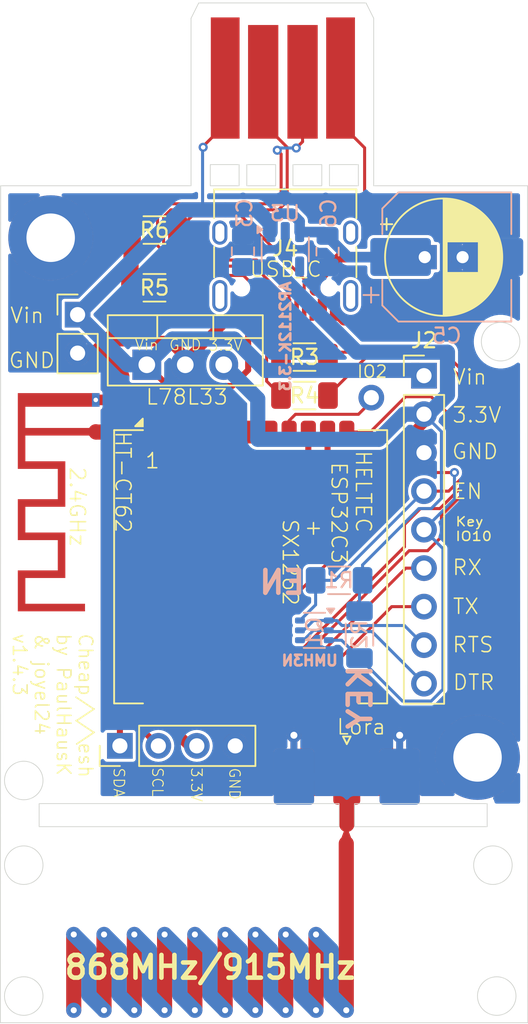
<source format=kicad_pcb>
(kicad_pcb (version 20240108) (generator "pcbnew") (generator_version "8.0")
  (layers (0 "F.Cu" signal) (31 "B.Cu" signal) (34 "B.Paste" user) (35 "F.Paste" user) (36 "B.SilkS" user "B.Silkscreen") (37 "F.SilkS" user "F.Silkscreen") (38 "B.Mask" user) (39 "F.Mask" user) (44 "Edge.Cuts" user))
  (net 0 "")
  (net 1 "Net-(AE1-A)")
  (net 2 "HT_EN")
  (net 8 "unconnected-(U2-GPIO2-Pad8)")
  (net 9 "SDA")
  (net 10 "SCL")
  (net 11 "3.3V")
  (net 12 "GND")
  (net 14 "User_Key")
  (net 16 "Vin")
  (net 17 "HT_RX")
  (net 18 "HT_TX")
  (net 19 "USB_D+")
  (net 20 "USB_D-")
  (net 21 "Net-(AE2-A)")
  (net 22 "RTS")
  (net 23 "DTR")
  (net 25 "Net-(J4-CC1)")
  (net 26 "Net-(J3-D-)")
  (net 27 "Net-(J3-D+)")
  (net 29 "Net-(J4-CC2)")
  (footprint "RF_Module:Heltec_HT-CT62" (layer "F.Cu") (at 49.53 145.41)
    (property "Reference" "U2" (hide yes))
    (property "Value" "HT-CT62")
  )
  (footprint "Resistor_SMD:R_1206_3216Metric_Pad1.30x1.75mm_HandSolder" (layer "F.Cu") (at 53.086 131.572)
    (property "Reference" "R3")
    (property "Value" "22Ω")
  )
  (footprint "Connector_PinHeader_2.54mm:PinHeader_1x04_P2.54mm_Vertical" (layer "F.Cu") (at 40.894 157.226 90)
    (property "Reference" "Screen1" (hide yes))
    (property "Value" "Conn_01x04_Pin" (hide yes))
  )
  (footprint "Package_TO_SOT_THT:TO-220-3_Vertical" (layer "F.Cu") (at 42.672 132.08)
    (property "Reference" "U1" (hide yes))
    (property "Value" "L78L33" (hide yes))
  )
  (footprint "Connector_PinHeader_2.54mm:PinHeader_1x09_P2.54mm_Vertical" (layer "F.Cu") (at 60.98 132.8)
    (property "Reference" "J2")
    (property "Value" "Conn_01x09_Pin")
  )
  (footprint "Capacitor_THT:CP_Radial_D7.5mm_P2.50mm" (layer "F.Cu") (at 61.028 124.979)
    (property "Reference" "C1" (hide yes))
    (property "Value" "C_Polarized" (hide yes))
  )
  (footprint "Connector_Coaxial:SMA_Molex_73251-2120_EdgeMount_Horizontal" (layer "F.Cu") (at 55.88 159.512 -90)
    (property "Reference" "J5" (hide yes))
    (property "Value" "Conn_Coaxial" (hide yes))
  )
  (footprint "Resistor_SMD:R_1206_3216Metric_Pad1.30x1.75mm_HandSolder" (layer "F.Cu") (at 43.18 123.19 180)
    (property "Reference" "R6")
    (property "Value" "5.1kΩ")
  )
  (footprint "RF_Antenna:Texas_SWRA416_868MHz_915MHz" (layer "F.Cu") (at 46.846 168.872 180)
    (property "Reference" "AE2" (hide yes))
    (property "Value" "Antenna" (hide yes))
  )
  (footprint "MountingHole:MountingHole_3.2mm_M3_DIN965_Pad" (layer "F.Cu") (at 36.322 123.698)
    (property "Reference" "H2" (hide yes))
    (property "Value" "MountingHole_Pad" (hide yes))
  )
  (footprint "Resistor_SMD:R_1206_3216Metric_Pad1.30x1.75mm_HandSolder" (layer "F.Cu") (at 43.18 127 180)
    (property "Reference" "R5")
    (property "Value" "5.1kΩ")
  )
  (footprint "MountingHole:MountingHole_3.2mm_M3_DIN965_Pad" (layer "F.Cu") (at 64.516 157.988)
    (property "Reference" "H3" (hide yes))
    (property "Value" "MountingHole_Pad" (hide yes))
  )
  (footprint "" (layer "F.Cu") (at 57.5 134.25)
    (property "Reference" "")
    (property "Value" "")
  )
  (footprint "Connector_USB:USB_C_Receptacle_HRO_TYPE-C-31-M-12" (layer "F.Cu") (at 51.816 124.408 180)
    (property "Reference" "J4")
    (property "Value" "USB_C")
  )
  (footprint "Connector_PinHeader_2.54mm:PinHeader_1x02_P2.54mm_Vertical" (layer "F.Cu") (at 38.1 128.773)
    (property "Reference" "J1" (hide yes))
    (property "Value" "Conn_01x02_Pin" (hide yes))
  )
  (footprint "Resistor_SMD:R_1206_3216Metric_Pad1.30x1.75mm_HandSolder" (layer "F.Cu") (at 53.086 134.112)
    (property "Reference" "R4")
    (property "Value" "22Ω")
  )
  (footprint "RF_Antenna:Texas_SWRA117D_2.4GHz_Left" (layer "F.Cu") (at 39.3 136.5 90)
    (property "Reference" "AE1" (hide yes))
    (property "Value" "Antenna")
  )
  (footprint "Library:usb-PCB" (layer "F.Cu") (at 51.659 108.261 180)
    (property "Reference" "J3" (hide yes))
    (property "Value" "USB_A" (hide yes))
  )
  (footprint "Capacitor_SMD:C_0805_2012Metric_Pad1.18x1.45mm_HandSolder" (layer "B.Cu") (at 49.022 124.5925 90)
    (property "Reference" "C3")
    (property "Value" "C")
  )
  (footprint "Package_TO_SOT_SMD:SOT-23-5" (layer "B.Cu") (at 51.816 124.46 -90)
    (property "Reference" "U3")
    (property "Value" "AP2112K-3.3")
  )
  (footprint "Resistor_SMD:R_1206_3216Metric_Pad1.30x1.75mm_HandSolder" (layer "B.Cu") (at 56.717798 149.886 -90)
    (property "Reference" "R2")
    (property "Value" "10kΩ")
  )
  (footprint "Capacitor_SMD:CP_Elec_8x6.2" (layer "B.Cu") (at 62.486 124.968)
    (property "Reference" "C5")
    (property "Value" "C_Polarized")
  )
  (footprint "Capacitor_SMD:C_0805_2012Metric_Pad1.18x1.45mm_HandSolder" (layer "B.Cu") (at 54.61 124.614 -90)
    (property "Reference" "C6")
    (property "Value" "C")
  )
  (footprint "Package_TO_SOT_SMD:SOT-363_SC-70-6" (layer "B.Cu") (at 53.735798 149.606 180)
    (property "Reference" "Q1")
    (property "Value" "UMH3N")
  )
  (footprint "Resistor_SMD:R_1206_3216Metric_Pad1.30x1.75mm_HandSolder" (layer "B.Cu") (at 55.372 146.304 180)
    (property "Reference" "R1")
    (property "Value" "10kΩ")
  )
  (gr_line (start 57.658 109.22) (end 57.15 108.204) (stroke (width 0.05)) (layer "Edge.Cuts"))
  (gr_line (start 45.593 109.22) (end 46.101 108.204) (stroke (width 0.05)) (layer "Edge.Cuts"))
  (gr_line (start 67.834 175.492) (end 33 175.492) (stroke (width 0.05)) (layer "Edge.Cuts"))
  (gr_circle (center 34.544 165.1) (end 35.814 165.039) (stroke (width 0.05)) (fill none) (layer "Edge.Cuts"))
  (gr_rect (start 49.276 118.872) (end 51.181 120.269) (stroke (width 0.05)) (fill none) (layer "Edge.Cuts"))
  (gr_rect (start 46.863 118.872) (end 48.768 120.269) (stroke (width 0.05)) (fill none) (layer "Edge.Cuts"))
  (gr_line (start 45.593 120.269) (end 45.593 109.22) (stroke (width 0.05)) (layer "Edge.Cuts"))
  (gr_line (start 33.02 120.269) (end 45.593 120.269) (stroke (width 0.05)) (layer "Edge.Cuts"))
  (gr_rect (start 35.56 161.036) (end 55.372 162.56) (stroke (width 0.05)) (fill none) (layer "Edge.Cuts"))
  (gr_circle (center 34.544 159.512) (end 35.814 159.451) (stroke (width 0.05)) (fill none) (layer "Edge.Cuts"))
  (gr_line (start 57.658 120.269) (end 67.818 120.269) (stroke (width 0.05)) (layer "Edge.Cuts"))
  (gr_line (start 33 175.492) (end 33.02 120.269) (stroke (width 0.05)) (layer "Edge.Cuts"))
  (gr_circle (center 66.04 130.556) (end 67.31 130.495) (stroke (width 0.05)) (fill none) (layer "Edge.Cuts"))
  (gr_rect (start 54.737 118.872) (end 56.642 120.269) (stroke (width 0.05)) (fill none) (layer "Edge.Cuts"))
  (gr_line (start 57.658 109.22) (end 57.658 120.269) (stroke (width 0.05)) (layer "Edge.Cuts"))
  (gr_rect (start 52.324 118.872) (end 54.229 120.269) (stroke (width 0.05)) (fill none) (layer "Edge.Cuts"))
  (gr_line (start 67.818 120.269) (end 67.834 175.492) (stroke (width 0.05)) (layer "Edge.Cuts"))
  (gr_circle (center 65.784536 173.736) (end 67.054536 173.675) (stroke (width 0.05)) (fill none) (layer "Edge.Cuts"))
  (gr_circle (center 65.532 165.1) (end 66.802 165.039) (stroke (width 0.05)) (fill none) (layer "Edge.Cuts"))
  (gr_line (start 46.101 108.204) (end 57.15 108.204) (stroke (width 0.05)) (layer "Edge.Cuts"))
  (gr_rect (start 56.388 161.036) (end 65.151 162.56) (stroke (width 0.05)) (fill none) (layer "Edge.Cuts"))
  (gr_circle (center 34.544 173.736) (end 35.814 173.675) (stroke (width 0.05)) (fill none) (layer "Edge.Cuts"))
  (gr_text "KEY" (at 57.64 151.75 90) (layer "B.SilkS") (effects (font (size 1.5 1.5) (thickness 0.3) (bold yes)) (justify left bottom mirror)))
  (gr_text "EN" (at 53.27 147.32 0) (layer "B.SilkS") (effects (font (size 1.5 1.5) (thickness 0.3) (bold yes)) (justify left bottom mirror)))
  (gr_text "UMH3N" (at 55.38 152.01 0) (layer "B.SilkS") (effects (font (size 0.7 0.7) (thickness 0.175) (bold yes)) (justify left bottom mirror)))
  (gr_text "AP2112K-3.3" (at 52.24 126.49 90) (layer "B.SilkS") (effects (font (size 0.7 0.7) (thickness 0.175) (bold yes)) (justify left bottom mirror)))
  (gr_text "3.3V" (at 45.54 158.61 270) (layer "F.SilkS") (effects (font (size 0.7 0.7) (thickness 0.07)) (justify left bottom)))
  (gr_text "DTR" (at 62.82 153.62 0) (layer "F.SilkS") (effects (font (size 1 1) (thickness 0.1)) (justify left bottom)))
  (gr_text "3.3V" (at 62.79 135.98 0) (layer "F.SilkS") (effects (font (size 1 1) (thickness 0.1)) (justify left bottom)))
  (gr_text "IO2" (at 56.5 133 0) (layer "F.SilkS") (effects (font (size 0.8 0.8) (thickness 0.1)) (justify left bottom)))
  (gr_text "Lora" (at 55.15 156.56 0) (layer "F.SilkS") (effects (font (size 1 1) (thickness 0.1)) (justify left bottom)))
  (gr_text "1" (at 42.5 139 0) (layer "F.SilkS") (effects (font (size 1 1) (thickness 0.1)) (justify left bottom)))
  (gr_text "GND" (at 33.49 132.38 0) (layer "F.SilkS") (effects (font (size 1 1) (thickness 0.1)) (justify left bottom)))
  (gr_text "GND" (at 48.06 158.62 270) (layer "F.SilkS") (effects (font (size 0.7 0.7) (thickness 0.07)) (justify left bottom)))
  (gr_text "GND" (at 62.76 138.39 0) (layer "F.SilkS") (effects (font (size 1 1) (thickness 0.1)) (justify left bottom)))
  (gr_text "868MHz/915MHz" (at 37.084 172.72 0) (layer "F.SilkS") (effects (font (size 1.5 1.5) (thickness 0.3) (bold yes)) (justify left bottom)))
  (gr_text "TX" (at 62.82 148.61 0) (layer "F.SilkS") (effects (font (size 1 1) (thickness 0.1)) (justify left bottom)))
  (gr_text "3.3V" (at 46.69 131.21 0) (layer "F.SilkS") (effects (font (size 0.7 0.7) (thickness 0.07)) (justify left bottom)))
  (gr_text "SCL" (at 42.97 158.6 270) (layer "F.SilkS") (effects (font (size 0.7 0.7) (thickness 0.07)) (justify left bottom)))
  (gr_text "RTS" (at 62.79 151.14 0) (layer "F.SilkS") (effects (font (size 1 1) (thickness 0.1)) (justify left bottom)))
  (gr_text "SDA" (at 40.42 158.62 270) (layer "F.SilkS") (effects (font (size 0.7 0.7) (thickness 0.07)) (justify left bottom)))
  (gr_text "GND" (at 44.1 131.18 0) (layer "F.SilkS") (effects (font (size 0.7 0.7) (thickness 0.07)) (justify left bottom)))
  (gr_text "Key\nIO10" (at 63 143.75 0) (layer "F.SilkS") (effects (font (size 0.6 0.7) (thickness 0.1)) (justify left bottom)))
  (gr_text "EN" (at 62.82 141.02 0) (layer "F.SilkS") (effects (font (size 1 1) (thickness 0.1)) (justify left bottom)))
  (gr_text "HT-CT62" (at 40.513 136.393 -90) (layer "F.SilkS") (effects (font (size 1 1) (thickness 0.1)) (justify left bottom)))
  (gr_text "USB_C" (at 49.403 126.365 0) (layer "F.SilkS") (effects (font (size 1 1) (thickness 0.1)) (justify left bottom)))
  (gr_text "L78L33" (at 42.54 134.79 0) (layer "F.SilkS") (effects (font (size 1 1) (thickness 0.1)) (justify left bottom)))
  (gr_text "Vin" (at 41.84 131.18 0) (layer "F.SilkS") (effects (font (size 0.7 0.7) (thickness 0.07)) (justify left bottom)))
  (gr_text "2.4GHz" (at 37.5 138.75 -90) (layer "F.SilkS") (effects (font (size 1 1) (thickness 0.1)) (justify left bottom)))
  (gr_text "Vin" (at 62.82 133.47 0) (layer "F.SilkS") (effects (font (size 1 1) (thickness 0.1)) (justify left bottom)))
  (gr_text "RX" (at 62.79 146.04 0) (layer "F.SilkS") (effects (font (size 1 1) (thickness 0.1)) (justify left bottom)))
  (gr_text "Vin" (at 33.58 129.41 0) (layer "F.SilkS") (effects (font (size 1 1) (thickness 0.1)) (justify left bottom)))
  (gr_text "Cheap/\\/\\esh\nby PaulHausK\n& joyel24\nv1.4.3\n" (at 33.75 149.75 270) (layer "F.SilkS") (effects (font (size 0.9 0.9) (thickness 0.1)) (justify left bottom)))
  (gr_text "HELTEC\n ESP32C3\n	 +\n	 SX1262" (at 51.562 137.668 -90) (layer "F.SilkS") (effects (font (size 1 1) (thickness 0.1)) (justify left bottom)))
  (segment (start 39.32 136.52) (end 39.3 136.5) (width 1) (layer "F.Cu") (net 1))
  (segment (start 43.18 136.52) (end 39.32 136.52) (width 1) (layer "F.Cu") (net 1))
  (segment (start 60.98 140.42) (end 62.612529 140.42) (width 0.2) (layer "F.Cu") (net 2))
  (segment (start 63.592 136.325654) (end 61.456346 134.19) (width 0.2) (layer "F.Cu") (net 2))
  (segment (start 62.612529 140.42) (end 63.592 139.440529) (width 0.2) (layer "F.Cu") (net 2))
  (segment (start 59.76 134.19) (end 57.43 136.52) (width 0.2) (layer "F.Cu") (net 2))
  (segment (start 57.43 136.52) (end 55.88 136.52) (width 0.2) (layer "F.Cu") (net 2))
  (segment (start 63.592 139.440529) (end 63.592 136.325654) (width 0.2) (layer "F.Cu") (net 2))
  (segment (start 61.456346 134.19) (end 59.76 134.19) (width 0.2) (layer "F.Cu") (net 2))
  (segment (start 53.822 146.304) (end 55.096 146.304) (width 0.2) (layer "B.Cu") (net 2))
  (segment (start 53.822 147.919798) (end 53.822 146.304) (width 0.2) (layer "B.Cu") (net 2))
  (segment (start 55.096 146.304) (end 60.98 140.42) (width 0.2) (layer "B.Cu") (net 2))
  (segment (start 52.785798 148.956) (end 53.822 147.919798) (width 0.2) (layer "B.Cu") (net 2))
  (segment (start 52.49 135.35) (end 52.07 135.77) (width 0.2) (layer "F.Cu") (net 8))
  (segment (start 57.5 134.5) (end 56.65 135.35) (width 0.2) (layer "F.Cu") (net 8))
  (segment (start 56.65 135.35) (end 52.49 135.35) (width 0.2) (layer "F.Cu") (net 8))
  (segment (start 52.07 135.77) (end 52.07 136.52) (width 0.2) (layer "F.Cu") (net 8))
  (segment (start 40.894 153.67) (end 53.34 141.224) (width 0.4) (layer "F.Cu") (net 9))
  (segment (start 53.34 141.224) (end 53.34 136.52) (width 0.4) (layer "F.Cu") (net 9))
  (segment (start 40.894 157.226) (end 40.894 153.67) (width 0.4) (layer "F.Cu") (net 9))
  (segment (start 42.28 153.3) (end 54.61 140.97) (width 0.4) (layer "F.Cu") (net 10))
  (segment (start 42.28 156.072) (end 42.28 153.3) (width 0.4) (layer "F.Cu") (net 10))
  (segment (start 43.434 157.226) (end 42.28 156.072) (width 0.4) (layer "F.Cu") (net 10))
  (segment (start 54.61 140.97) (end 54.61 136.52) (width 0.4) (layer "F.Cu") (net 10))
  (segment (start 43.18 154.3) (end 43.4 154.08) (width 0.7) (layer "F.Cu") (net 11))
  (segment (start 60.98 135.87) (end 60.98 135.34) (width 0.7) (layer "F.Cu") (net 11))
  (segment (start 43.4 154.08) (end 43.4 153.45) (width 0.7) (layer "F.Cu") (net 11))
  (segment (start 45.48491 157.226) (end 43.18 154.92109) (width 0.7) (layer "F.Cu") (net 11))
  (segment (start 43.4 153.45) (end 60.98 135.87) (width 0.7) (layer "F.Cu") (net 11))
  (segment (start 43.18 154.92109) (end 43.18 154.3) (width 0.7) (layer "F.Cu") (net 11))
  (segment (start 45.974 157.226) (end 45.48491 157.226) (width 0.7) (layer "F.Cu") (net 11))
  (segment (start 56.922 146.304) (end 56.922 145.288) (width 0.2) (layer "B.Cu") (net 11))
  (segment (start 50 137) (end 50 134.328) (width 1) (layer "B.Cu") (net 11))
  (segment (start 56.549762 131.25) (end 62.53 131.25) (width 1) (layer "B.Cu") (net 11))
  (segment (start 49.022 125.63) (end 50.929762 125.63) (width 1) (layer "B.Cu") (net 11))
  (segment (start 60.64 141.57) (end 61.456346 141.57) (width 0.2) (layer "B.Cu") (net 11))
  (segment (start 50.929762 125.63) (end 56.549762 131.25) (width 1) (layer "B.Cu") (net 11))
  (segment (start 56.922 145.288) (end 60.64 141.57) (width 0.2) (layer "B.Cu") (net 11))
  (segment (start 62.53 134.066) (end 61.256 135.34) (width 1) (layer "B.Cu") (net 11))
  (segment (start 62.13 140.896346) (end 62.13 136.49) (width 0.2) (layer "B.Cu") (net 11))
  (segment (start 59.66 135.34) (end 58 137) (width 1) (layer "B.Cu") (net 11))
  (segment (start 62.13 136.49) (end 60.98 135.34) (width 0.2) (layer "B.Cu") (net 11))
  (segment (start 50 134.328) (end 47.752 132.08) (width 1) (layer "B.Cu") (net 11))
  (segment (start 56.717798 148.336) (end 56.717798 147.115798) (width 0.2) (layer "B.Cu") (net 11))
  (segment (start 62.53 131.25) (end 62.53 134.066) (width 1) (layer "B.Cu") (net 11))
  (segment (start 60.98 135.34) (end 59.66 135.34) (width 1) (layer "B.Cu") (net 11))
  (segment (start 50.866 125.5975) (end 49.0545 125.5975) (width 0.4) (layer "B.Cu") (net 11))
  (segment (start 58 137) (end 50 137) (width 1) (layer "B.Cu") (net 11))
  (segment (start 49.0545 125.5975) (end 49.022 125.63) (width 0.4) (layer "B.Cu") (net 11))
  (segment (start 61.256 135.34) (end 60.98 135.34) (width 1) (layer "B.Cu") (net 11))
  (segment (start 61.456346 141.57) (end 62.13 140.896346) (width 0.2) (layer "B.Cu") (net 11))
  (segment (start 44.16404 130.51954) (end 40.095541 130.51954) (width 0.7) (layer "F.Cu") (net 12))
  (segment (start 38.1 131.313) (end 39.492 131.313) (width 1) (layer "F.Cu") (net 12))
  (segment (start 54.61 155.05) (end 53.578477 156.081523) (width 0.4) (layer "F.Cu") (net 12))
  (segment (start 55.469 116.211) (end 55.469 113.161) (width 0.2) (layer "F.Cu") (net 12))
  (segment (start 57.058 121.066) (end 57.658 121.666) (width 0.2) (layer "F.Cu") (net 12))
  (segment (start 57.058 117.764) (end 57.058 121.066) (width 0.2) (layer "F.Cu") (net 12))
  (segment (start 57.658 121.666) (end 60.215 121.666) (width 0.2) (layer "F.Cu") (net 12))
  (segment (start 55.252 152.908) (end 56.164166 152.908) (width 0.4) (layer "F.Cu") (net 12))
  (segment (start 41.0195 132.8405) (end 41.0195 133.78) (width 1) (layer "F.Cu") (net 12))
  (segment (start 44.45 154.918298) (end 44.45 154.3) (width 0.7) (layer "F.Cu") (net 12))
  (segment (start 55.601 128.988) (end 59.519 128.988) (width 0.4) (layer "F.Cu") (net 12))
  (segment (start 56.164166 152.908) (end 58.927023 155.670857) (width 0.4) (layer "F.Cu") (net 12))
  (segment (start 39.492 131.313) (end 41.0195 132.8405) (width 1) (layer "F.Cu") (net 12))
  (segment (start 59.369 129.138) (end 55.701076 129.138) (width 0.7) (layer "F.Cu") (net 12))
  (segment (start 45.212 132.08) (end 45.212 131.5675) (width 0.7) (layer "F.Cu") (net 12))
  (segment (start 48.566 128.453) (end 47.427 129.592) (width 0.4) (layer "F.Cu") (net 12))
  (segment (start 46.888 155.6) (end 45.131702 155.6) (width 0.7) (layer "F.Cu") (net 12))
  (segment (start 41.6395 134.4) (end 43.16043 134.4) (width 1) (layer "F.Cu") (net 12))
  (segment (start 48.514 157.226) (end 46.888 155.6) (width 0.7) (layer "F.Cu") (net 12))
  (segment (start 58.927023 155.670857) (end 58.927023 156.081523) (width 0.4) (layer "F.Cu") (net 12))
  (segment (start 54.61 154.3) (end 54.61 153.55) (width 0.4) (layer "F.Cu") (net 12))
  (segment (start 55.418 116.262) (end 55.469 116.211) (width 0.2) (layer "F.Cu") (net 12))
  (segment (start 39.3 134.4) (end 43.08 134.4) (width 0.7) (layer "F.Cu") (net 12))
  (segment (start 54.61 153.55) (end 55.252 152.908) (width 0.4) (layer "F.Cu") (net 12))
  (segment (start 44.45 135.77) (end 44.45 136.52) (width 0.4) (layer "F.Cu") (net 12))
  (segment (start 53.578477 156.081523) (end 52.832977 156.081523) (width 0.4) (layer "F.Cu") (net 12))
  (segment (start 63.528 124.979) (end 59.369 129.138) (width 0.7) (layer "F.Cu") (net 12))
  (segment (start 45.212 131.5675) (end 44.16404 130.51954) (width 0.7) (layer "F.Cu") (net 12))
  (segment (start 44.45 135.68957) (end 44.45 136.52) (width 1) (layer "F.Cu") (net 12))
  (segment (start 45.131702 155.6) (end 44.45 154.918298) (width 0.7) (layer "F.Cu") (net 12))
  (segment (start 45.212 131.856924) (end 48.516 128.552924) (width 0.7) (layer "F.Cu") (net 12))
  (segment (start 38.1 131.313) (end 39.302081 131.313) (width 1) (layer "F.Cu") (net 12))
  (segment (start 55.469 113.161) (end 55.469 116.175) (width 0.2) (layer "F.Cu") (net 12))
  (segment (start 59.519 128.988) (end 63.528 124.979) (width 0.4) (layer "F.Cu") (net 12))
  (segment (start 39.302081 131.313) (end 41.63 128.985081) (width 1) (layer "F.Cu") (net 12))
  (segment (start 41.0195 133.78) (end 41.6395 134.4) (width 1) (layer "F.Cu") (net 12))
  (segment (start 40.095541 130.51954) (end 39.302081 131.313) (width 0.7) (layer "F.Cu") (net 12))
  (segment (start 45.212 132.08) (end 45.212 131.856924) (width 0.7) (layer "F.Cu") (net 12))
  (segment (start 43.16043 134.4) (end 44.45 135.68957) (width 1) (layer "F.Cu") (net 12))
  (segment (start 41.63 128.985081) (end 41.63 123.19) (width 1) (layer "F.Cu") (net 12))
  (segment (start 55.469 116.175) (end 57.058 117.764) (width 0.2) (layer "F.Cu") (net 12))
  (segment (start 55.066 128.453) (end 55.601 128.988) (width 0.4) (layer "F.Cu") (net 12))
  (segment (start 60.215 121.666) (end 63.528 124.979) (width 0.2) (layer "F.Cu") (net 12))
  (segment (start 55.701076 129.138) (end 55.116 128.552924) (width 0.7) (layer "F.Cu") (net 12))
  (segment (start 54.61 154.3) (end 54.61 155.05) (width 0.4) (layer "F.Cu") (net 12))
  (segment (start 64.516 158.496) (end 60.556203 158.496) (width 0.4) (layer "B.Cu") (net 12))
  (segment (start 64.516 158.496) (end 63.75 159.262) (width 0.4) (layer "B.Cu") (net 12))
  (segment (start 45.212 132.08) (end 47.5 134.368) (width 0.7) (layer "B.Cu") (net 12))
  (segment (start 47.5 134.368) (end 47.5 140) (width 0.7) (layer "B.Cu") (net 12))
  (segment (start 48.514 157.226) (end 50.55 159.262) (width 0.7) (layer "B.Cu") (net 12))
  (segment (start 60.556203 158.496) (end 60.0025 157.942297) (width 0.4) (layer "B.Cu") (net 12))
  (segment (start 50.55 159.262) (end 51.6075 159.262) (width 0.7) (layer "B.Cu") (net 12))
  (segment (start 63.75 159.262) (end 60.0025 159.262) (width 0.4) (layer "B.Cu") (net 12))
  (segment (start 58.86 140) (end 60.98 137.88) (width 0.7) (layer "B.Cu") (net 12))
  (segment (start 47.5 140) (end 58.86 140) (width 0.7) (layer "B.Cu") (net 12))
  (segment (start 60.0025 157.942297) (end 60.0025 156.527) (width 0.4) (layer "B.Cu") (net 12))
  (segment (start 46.99 153.55) (end 46.99 154.3) (width 0.2) (layer "F.Cu") (net 14))
  (segment (start 60.581654 139.192) (end 61.468 139.192) (width 0.2) (layer "F.Cu") (net 14))
  (segment (start 46.99 152.783654) (end 60.581654 139.192) (width 0.2) (layer "F.Cu") (net 14))
  (segment (start 46.99 154.3) (end 46.99 152.783654) (width 0.2) (layer "F.Cu") (net 14))
  (segment (start 61.468 139.192) (end 62.992 139.192) (width 0.2) (layer "F.Cu") (net 14))
  (via (at 62.992 139.192) (size 0.6) (drill 0.3) (layers "F.Cu" "B.Cu") (net 14))
  (segment (start 56.717798 151.436) (end 59.551798 154.27) (width 0.2) (layer "B.Cu") (net 14))
  (segment (start 62.23 144.21) (end 60.98 142.96) (width 0.2) (layer "B.Cu") (net 14))
  (segment (start 59.551798 154.27) (end 61.456346 154.27) (width 0.2) (layer "B.Cu") (net 14))
  (segment (start 62.23 153.496346) (end 62.23 144.21) (width 0.2) (layer "B.Cu") (net 14))
  (segment (start 61.456346 154.27) (end 62.23 153.496346) (width 0.2) (layer "B.Cu") (net 14))
  (segment (start 55.537798 150.256) (end 54.685798 150.256) (width 0.2) (layer "B.Cu") (net 14))
  (segment (start 56.717798 151.436) (end 55.537798 150.256) (width 0.2) (layer "B.Cu") (net 14))
  (segment (start 62.992 139.192) (end 62.992 140.948) (width 0.2) (layer "B.Cu") (net 14))
  (segment (start 62.992 140.948) (end 60.98 142.96) (width 0.2) (layer "B.Cu") (net 14))
  (segment (start 53.931 126.686984) (end 55.638984 124.979) (width 0.4) (layer "F.Cu") (net 16))
  (segment (start 55.638984 124.979) (end 61.028 124.979) (width 0.4) (layer "F.Cu") (net 16))
  (segment (start 53.931 127.329016) (end 53.931 126.686984) (width 0.4) (layer "F.Cu") (net 16))
  (segment (start 49.366 132.426224) (end 48.312224 133.48) (width 0.4) (layer "F.Cu") (net 16))
  (segment (start 54.266 128.453) (end 54.266 127.664016) (width 0.4) (layer "F.Cu") (net 16))
  (segment (start 55.426852 124.979) (end 53.781 126.624852) (width 0.7) (layer "F.Cu") (net 16))
  (segment (start 47.849 116.211) (end 47.849 113.161) (width 0.2) (layer "F.Cu") (net 16))
  (segment (start 61.028 124.979) (end 55.426852 124.979) (width 0.7) (layer "F.Cu") (net 16))
  (segment (start 48.312224 133.48) (end 44.072 133.48) (width 0.4) (layer "F.Cu") (net 16))
  (segment (start 53.781 126.624852) (end 53.781 127.179016) (width 0.7) (layer "F.Cu") (net 16))
  (segment (start 54.266 127.664016) (end 53.931 127.329016) (width 0.4) (layer "F.Cu") (net 16))
  (segment (start 49.366 128.453) (end 49.366 132.426224) (width 0.4) (layer "F.Cu") (net 16))
  (segment (start 46.393 117.729) (end 46.393 117.667) (width 0.2) (layer "F.Cu") (net 16))
  (segment (start 46.393 117.667) (end 47.849 116.211) (width 0.2) (layer "F.Cu") (net 16))
  (segment (start 44.072 133.48) (end 42.672 132.08) (width 0.4) (layer "F.Cu") (net 16))
  (via (at 46.393 117.729) (size 0.6) (drill 0.3) (layers "F.Cu" "B.Cu") (net 16))
  (segment (start 51.371894 122.11) (end 52.260106 122.11) (width 0.7) (layer "B.Cu") (net 16))
  (segment (start 52.766 123.3225) (end 54.356 123.3225) (width 0.7) (layer "B.Cu") (net 16))
  (segment (start 52.260106 122.11) (end 52.766 122.615894) (width 0.7) (layer "B.Cu") (net 16))
  (segment (start 44.372 130.38) (end 42.672 132.08) (width 1) (layer "B.Cu") (net 16))
  (segment (start 60.98 132.8) (end 60.63 132.45) (width 1) (layer "B.Cu") (net 16))
  (segment (start 46.393 117.729) (end 46.355 117.767) (width 0.2) (layer "B.Cu") (net 16))
  (segment (start 48.436488 130.38) (end 44.372 130.38) (width 1) (layer "B.Cu") (net 16))
  (segment (start 54.356 123.3225) (end 54.61 123.5765) (width 0.7) (layer "B.Cu") (net 16))
  (segment (start 38.1 128.773) (end 45.015 121.858) (width 1) (layer "B.Cu") (net 16))
  (segment (start 50.816 122.748) (end 50.816 123.3225) (width 1) (layer "B.Cu") (net 16))
  (segment (start 46.355 121.858) (end 47.879 121.858) (width 0.2) (layer "B.Cu") (net 16))
  (segment (start 50.506488 132.45) (end 48.436488 130.38) (width 1) (layer "B.Cu") (net 16))
  (segment (start 56.0015 124.968) (end 59.436 124.968) (width 0.4) (layer "B.Cu") (net 16))
  (segment (start 45.015 121.858) (end 47.879 121.858) (width 1) (layer "B.Cu") (net 16))
  (segment (start 55.972076 124.979) (end 61.028 124.979) (width 0.7) (layer "B.Cu") (net 16))
  (segment (start 49.926 121.858) (end 50.816 122.748) (width 1) (layer "B.Cu") (net 16))
  (segment (start 60.63 132.45) (end 50.506488 132.45) (width 1) (layer "B.Cu") (net 16))
  (segment (start 50.866 123.3225) (end 50.866 122.615894) (width 0.7) (layer "B.Cu") (net 16))
  (segment (start 42.672 132.08) (end 41.407 132.08) (width 1) (layer "B.Cu") (net 16))
  (segment (start 46.355 117.767) (end 46.355 121.858) (width 0.2) (layer "B.Cu") (net 16))
  (segment (start 54.61 123.5765) (end 54.61 123.616924) (width 0.7) (layer "B.Cu") (net 16))
  (segment (start 50.866 122.615894) (end 51.371894 122.11) (width 0.7) (layer "B.Cu") (net 16))
  (segment (start 41.407 132.08) (end 38.1 128.773) (width 1) (layer "B.Cu") (net 16))
  (segment (start 54.61 123.5765) (end 56.0015 124.968) (width 0.4) (layer "B.Cu") (net 16))
  (segment (start 54.61 123.616924) (end 55.972076 124.979) (width 0.7) (layer "B.Cu") (net 16))
  (segment (start 47.879 121.858) (end 49.926 121.858) (width 1) (layer "B.Cu") (net 16))
  (segment (start 52.766 122.615894) (end 52.766 123.3225) (width 0.7) (layer "B.Cu") (net 16))
  (segment (start 59.777919 145.5) (end 52.07 153.207919) (width 0.2) (layer "F.Cu") (net 17))
  (segment (start 60.98 145.5) (end 59.777919 145.5) (width 0.2) (layer "F.Cu") (net 17))
  (segment (start 52.07 153.207919) (end 52.07 154.3) (width 0.2) (layer "F.Cu") (net 17))
  (segment (start 53.34 153.55) (end 53.34 154.3) (width 0.2) (layer "F.Cu") (net 18))
  (segment (start 60.98 148.04) (end 58.85 148.04) (width 0.2) (layer "F.Cu") (net 18))
  (segment (start 58.85 148.04) (end 53.34 153.55) (width 0.2) (layer "F.Cu") (net 18))
  (segment (start 59.69 142.623654) (end 59.69 144.094314) (width 0.2) (layer "F.Cu") (net 19))
  (segment (start 62.13 131.65) (end 63.992 133.512) (width 0.2) (layer "F.Cu") (net 19))
  (segment (start 62.028215 141.57) (end 60.743654 141.57) (width 0.2) (layer "F.Cu") (net 19))
  (segment (start 63.992 133.512) (end 63.992 139.606215) (width 0.2) (layer "F.Cu") (net 19))
  (segment (start 49.53 154.3) (end 49.764 154.534) (width 0.4) (layer "F.Cu") (net 19))
  (segment (start 57.098 131.65) (end 62.13 131.65) (width 0.2) (layer "F.Cu") (net 19))
  (segment (start 63.992 139.606215) (end 62.028215 141.57) (width 0.2) (layer "F.Cu") (net 19))
  (segment (start 50.315256 153.25) (end 49.53 154.035256) (width 0.2) (layer "F.Cu") (net 19))
  (segment (start 59.69 144.094314) (end 50.534314 153.25) (width 0.2) (layer "F.Cu") (net 19))
  (segment (start 49.53 154.035256) (end 49.53 154.3) (width 0.2) (layer "F.Cu") (net 19))
  (segment (start 50.534314 153.25) (end 50.315256 153.25) (width 0.2) (layer "F.Cu") (net 19))
  (segment (start 60.743654 141.57) (end 59.69 142.623654) (width 0.2) (layer "F.Cu") (net 19))
  (segment (start 54.636 134.112) (end 57.098 131.65) (width 0.2) (layer "F.Cu") (net 19))
  (segment (start 62.13 143.436346) (end 61.216346 144.35) (width 0.2) (layer "F.Cu") (net 20))
  (segment (start 61.216346 144.35) (end 60 144.35) (width 0.2) (layer "F.Cu") (net 20))
  (segment (start 62.13 142.033901) (end 62.13 143.436346) (width 0.2) (layer "F.Cu") (net 20))
  (segment (start 50.8 153.55) (end 50.8 154.3) (width 0.2) (layer "F.Cu") (net 20))
  (segment (start 60 144.35) (end 50.8 153.55) (width 0.2) (layer "F.Cu") (net 20))
  (segment (start 54.636 131.572) (end 54.958 131.25) (width 0.2) (layer "F.Cu") (net 20))
  (segment (start 64.392 139.771901) (end 62.13 142.033901) (width 0.2) (layer "F.Cu") (net 20))
  (segment (start 54.958 131.25) (end 62.295686 131.25) (width 0.2) (layer "F.Cu") (net 20))
  (segment (start 62.295686 131.25) (end 64.392 133.346315) (width 0.2) (layer "F.Cu") (net 20))
  (segment (start 64.392 133.346315) (end 64.392 139.771901) (width 0.2) (layer "F.Cu") (net 20))
  (segment (start 55.88 154.3) (end 55.88 159.262) (width 1) (layer "F.Cu") (net 21))
  (segment (start 55.88 159.262) (end 55.88 162.41) (width 1) (layer "F.Cu") (net 21))
  (segment (start 55.23 148.956) (end 54.685798 148.956) (width 0.2) (layer "B.Cu") (net 22))
  (segment (start 60.98 150.58) (end 59.686 149.286) (width 0.2) (layer "B.Cu") (net 22))
  (segment (start 54.685798 148.956) (end 53.679254 148.956) (width 0.2) (layer "B.Cu") (net 22))
  (segment (start 55.56 149.286) (end 55.23 148.956) (width 0.2) (layer "B.Cu") (net 22))
  (segment (start 53.029254 149.606) (end 52.785798 149.606) (width 0.2) (layer "B.Cu") (net 22))
  (segment (start 59.686 149.286) (end 55.56 149.286) (width 0.2) (layer "B.Cu") (net 22))
  (segment (start 53.679254 148.956) (end 53.029254 149.606) (width 0.2) (layer "B.Cu") (net 22))
  (segment (start 53.029254 150.256) (end 52.785798 150.256) (width 0.2) (layer "B.Cu") (net 23))
  (segment (start 53.679254 149.606) (end 53.029254 150.256) (width 0.2) (layer "B.Cu") (net 23))
  (segment (start 54.765798 149.686) (end 54.685798 149.606) (width 0.2) (layer "B.Cu") (net 23))
  (segment (start 60.98 153.12) (end 57.546 149.686) (width 0.2) (layer "B.Cu") (net 23))
  (segment (start 54.685798 149.606) (end 53.679254 149.606) (width 0.2) (layer "B.Cu") (net 23))
  (segment (start 57.546 149.686) (end 54.765798 149.686) (width 0.2) (layer "B.Cu") (net 23))
  (segment (start 45.662 122.258) (end 48.9028 122.258) (width 0.2) (layer "F.Cu") (net 25))
  (segment (start 53.066 126.4212) (end 53.066 128.453) (width 0.2) (layer "F.Cu") (net 25))
  (segment (start 44.73 123.19) (end 45.662 122.258) (width 0.2) (layer "F.Cu") (net 25))
  (segment (start 48.9028 122.258) (end 53.066 126.4212) (width 0.2) (layer "F.Cu") (net 25))
  (segment (start 51.943 117.729) (end 51.943 121.285) (width 0.2) (layer "F.Cu") (net 26))
  (segment (start 52.155686 127.028) (end 52.566 127.438314) (width 0.2) (layer "F.Cu") (net 26))
  (segment (start 52.566 129.428) (end 52.566 128.453) (width 0.2) (layer "F.Cu") (net 26))
  (segment (start 49.921686 125.1712) (end 51.778486 127.028) (width 0.2) (layer "F.Cu") (net 26))
  (segment (start 43.78 124.049744) (end 44.901456 125.1712) (width 0.2) (layer "F.Cu") (net 26))
  (segment (start 44.901456 125.1712) (end 49.921686 125.1712) (width 0.2) (layer "F.Cu") (net 26))
  (segment (start 43.78 122.330256) (end 43.78 124.049744) (width 0.2) (layer "F.Cu") (net 26))
  (segment (start 52.516 129.478) (end 52.566 129.428) (width 0.2) (layer "F.Cu") (net 26))
  (segment (start 51.0746 116.8606) (end 51.943 117.729) (width 0.2) (layer "F.Cu") (net 26))
  (segment (start 51.616 129.478) (end 52.516 129.478) (width 0.2) (layer "F.Cu") (net 26))
  (segment (start 51.566 128.453) (end 51.566 129.428) (width 0.2) (layer "F.Cu") (net 26))
  (segment (start 51.536 131.572) (end 51.536 128.483) (width 0.2) (layer "F.Cu") (net 26))
  (segment (start 51.37 121.858) (end 44.252256 121.858) (width 0.2) (layer "F.Cu") (net 26))
  (segment (start 51.0746 115.2954) (end 51.0746 116.8606) (width 0.2) (layer "F.Cu") (net 26))
  (segment (start 52.566 127.438314) (end 52.566 128.453) (width 0.2) (layer "F.Cu") (net 26))
  (segment (start 51.778486 127.028) (end 52.155686 127.028) (width 0.2) (layer "F.Cu") (net 26))
  (segment (start 51.566 129.428) (end 51.616 129.478) (width 0.2) (layer "F.Cu") (net 26))
  (segment (start 51.943 121.285) (end 51.37 121.858) (width 0.2) (layer "F.Cu") (net 26))
  (segment (start 51.536 128.483) (end 51.566 128.453) (width 0.2) (layer "F.Cu") (net 26))
  (segment (start 44.252256 121.858) (end 43.78 122.330256) (width 0.2) (layer "F.Cu") (net 26))
  (segment (start 51.543 118.17753) (end 51.543 121.119314) (width 0.2) (layer "F.Cu") (net 27))
  (segment (start 51.289103 117.923633) (end 51.543 118.17753) (width 0.2) (layer "F.Cu") (net 27))
  (segment (start 51.543 121.119314) (end 51.204314 121.458) (width 0.2) (layer "F.Cu") (net 27))
  (segment (start 44.735771 125.5712) (end 49.756 125.5712) (width 0.2) (layer "F.Cu") (net 27))
  (segment (start 51.066 128.453) (end 51.066 127.478) (width 0.2) (layer "F.Cu") (net 27))
  (segment (start 51.066 127.478) (end 51.116 127.428) (width 0.2) (layer "F.Cu") (net 27))
  (segment (start 52.959 117.361736) (end 52.959 113.411) (width 0.2) (layer "F.Cu") (net 27))
  (segment (start 49.756 125.5712) (end 51.6128 127.428) (width 0.2) (layer "F.Cu") (net 27))
  (segment (start 51.536 134.112) (end 50.586 133.162) (width 0.2) (layer "F.Cu") (net 27))
  (segment (start 52.066 127.504) (end 52.066 128.453) (width 0.2) (layer "F.Cu") (net 27))
  (segment (start 51.204314 121.458) (end 44.08657 121.458) (width 0.2) (layer "F.Cu") (net 27))
  (segment (start 51.99 127.428) (end 52.066 127.504) (width 0.2) (layer "F.Cu") (net 27))
  (segment (start 51.116 127.428) (end 51.99 127.428) (width 0.2) (layer "F.Cu") (net 27))
  (segment (start 50.586 130.008) (end 51.066 129.528) (width 0.2) (layer "F.Cu") (net 27))
  (segment (start 51.066 129.528) (end 51.066 128.453) (width 0.2) (layer "F.Cu") (net 27))
  (segment (start 50.586 133.162) (end 50.586 130.008) (width 0.2) (layer "F.Cu") (net 27))
  (segment (start 52.543 117.777736) (end 52.959 117.361736) (width 0.2) (layer "F.Cu") (net 27))
  (segment (start 43.38 124.21543) (end 44.735771 125.5712) (width 0.2) (layer "F.Cu") (net 27))
  (segment (start 43.38 122.164571) (end 43.38 124.21543) (width 0.2) (layer "F.Cu") (net 27))
  (segment (start 44.08657 121.458) (end 43.38 122.164571) (width 0.2) (layer "F.Cu") (net 27))
  (via (at 52.543 117.777736) (size 0.6) (drill 0.3) (layers "F.Cu" "B.Cu") (net 27))
  (via (at 51.289103 117.923633) (size 0.6) (drill 0.3) (layers "F.Cu" "B.Cu") (net 27))
  (segment (start 51.289103 117.923633) (end 51.435 117.777736) (width 0.2) (layer "B.Cu") (net 27))
  (segment (start 51.435 117.777736) (end 52.543 117.777736) (width 0.2) (layer "B.Cu") (net 27))
  (segment (start 50.066 127.193406) (end 50.066 128.453) (width 0.2) (layer "F.Cu") (net 29))
  (segment (start 49.060594 126.188) (end 50.066 127.193406) (width 0.2) (layer "F.Cu") (net 29))
  (segment (start 44.73 127) (end 45.542 126.188) (width 0.2) (layer "F.Cu") (net 29))
  (segment (start 45.542 126.188) (end 49.060594 126.188) (width 0.2) (layer "F.Cu") (net 29))
  (zone (net 12) (net_name "GND") (layer "F.Cu") (priority 2) (connect_pads (clearance 0.002)) (min_thickness 0.025) (fill yes (thermal_gap 0) (thermal_bridge_width 0.5))
    (polygon (pts (xy 54.356 153.67) (xy 55.372 152.908) (xy 56.388 152.908) (xy 59.3725 156.527) (xy 59.436 161.036) (xy 52.324 161.036) (xy 52.3875 156.527)))
  )
  (zone (net 12) (net_name "GND") (layer "F.Cu") (priority 1) (connect_pads (clearance 0.0025)) (min_thickness 0.025) (fill yes (thermal_gap 0) (thermal_bridge_width 0.5))
    (polygon (pts (xy 39.624 133.35) (xy 39.624 151.638) (xy 46.482 144.78) (xy 46.482 133.35)))
  )
  (zone (net 12) (net_name "GND") (layer "B.Cu") (connect_pads (clearance 0.2)) (min_thickness 0.25) (fill yes (thermal_gap 0) (thermal_bridge_width 0.5))
    (polygon (pts (xy 67.818 161.036) (xy 33.02 161.036) (xy 33.02 120.396) (xy 67.818 120.396)))
    (polygon (pts (xy 50.5 131.5) (xy 51 132.5) (xy 57 132.5) (xy 56 131.5)))
  )
  (zone (net 12) (net_name "GND") (layer "B.Cu") (connect_pads (clearance 0.2)) (min_thickness 0.25) (fill yes (thermal_gap 0) (thermal_bridge_width 0.5))
    (polygon (pts (xy 33.02 120.396) (xy 67.818 120.396) (xy 67.818 161.036) (xy 33.02 161.036)))
  )
  (zone (net 0) (net_name "") (layer "B.Cu") (connect_pads (clearance 0)) (min_thickness 0.25)
    (keepout (tracks not_allowed) (vias not_allowed) (pads not_allowed) (copperpour not_allowed) (footprints allowed))
    (fill (thermal_gap 0.5) (thermal_bridge_width 0.5))
    (polygon (pts (xy 33.02 132.588) (xy 39.624 132.588) (xy 39.624 161.036) (xy 33.02 161.036)))
  )
)
</source>
